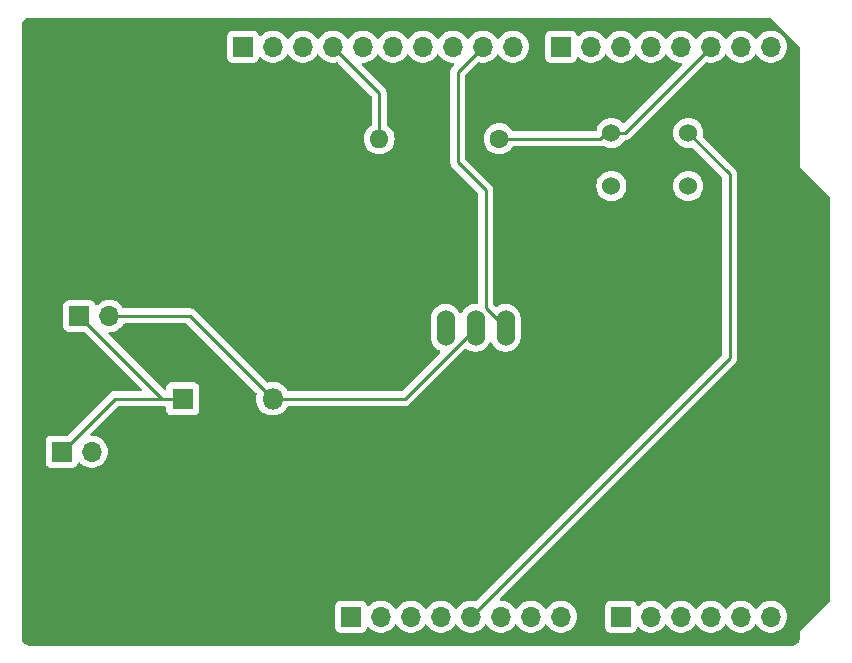
<source format=gtl>
%TF.GenerationSoftware,KiCad,Pcbnew,8.0.0*%
%TF.CreationDate,2024-04-21T19:32:52-04:00*%
%TF.ProjectId,9_motorized_pinwheel,395f6d6f-746f-4726-997a-65645f70696e,rev?*%
%TF.SameCoordinates,Original*%
%TF.FileFunction,Copper,L1,Top*%
%TF.FilePolarity,Positive*%
%FSLAX46Y46*%
G04 Gerber Fmt 4.6, Leading zero omitted, Abs format (unit mm)*
G04 Created by KiCad (PCBNEW 8.0.0) date 2024-04-21 19:32:52*
%MOMM*%
%LPD*%
G01*
G04 APERTURE LIST*
%TA.AperFunction,ComponentPad*%
%ADD10R,1.700000X1.700000*%
%TD*%
%TA.AperFunction,ComponentPad*%
%ADD11O,1.700000X1.700000*%
%TD*%
%TA.AperFunction,ComponentPad*%
%ADD12C,1.524000*%
%TD*%
%TA.AperFunction,ComponentPad*%
%ADD13R,1.800000X1.800000*%
%TD*%
%TA.AperFunction,ComponentPad*%
%ADD14O,1.800000X1.800000*%
%TD*%
%TA.AperFunction,ComponentPad*%
%ADD15C,1.600000*%
%TD*%
%TA.AperFunction,ComponentPad*%
%ADD16O,1.600000X1.600000*%
%TD*%
%TA.AperFunction,ComponentPad*%
%ADD17O,1.524000X3.048000*%
%TD*%
%TA.AperFunction,Conductor*%
%ADD18C,0.250000*%
%TD*%
%ADD19C,0.350000*%
G04 APERTURE END LIST*
D10*
%TO.P,J1,1,Pin_1*%
%TO.N,unconnected-(J1-Pin_1-Pad1)*%
X127940000Y-97460000D03*
D11*
%TO.P,J1,2,Pin_2*%
%TO.N,/IOREF*%
X130480000Y-97460000D03*
%TO.P,J1,3,Pin_3*%
%TO.N,/~{RESET}*%
X133020000Y-97460000D03*
%TO.P,J1,4,Pin_4*%
%TO.N,+3V3*%
X135560000Y-97460000D03*
%TO.P,J1,5,Pin_5*%
%TO.N,+5V*%
X138100000Y-97460000D03*
%TO.P,J1,6,Pin_6*%
%TO.N,GND*%
X140640000Y-97460000D03*
%TO.P,J1,7,Pin_7*%
X143180000Y-97460000D03*
%TO.P,J1,8,Pin_8*%
%TO.N,VCC*%
X145720000Y-97460000D03*
%TD*%
D10*
%TO.P,J3,1,Pin_1*%
%TO.N,/A0*%
X150800000Y-97460000D03*
D11*
%TO.P,J3,2,Pin_2*%
%TO.N,/A1*%
X153340000Y-97460000D03*
%TO.P,J3,3,Pin_3*%
%TO.N,/A2*%
X155880000Y-97460000D03*
%TO.P,J3,4,Pin_4*%
%TO.N,/A3*%
X158420000Y-97460000D03*
%TO.P,J3,5,Pin_5*%
%TO.N,/SDA{slash}A4*%
X160960000Y-97460000D03*
%TO.P,J3,6,Pin_6*%
%TO.N,/SCL{slash}A5*%
X163500000Y-97460000D03*
%TD*%
D10*
%TO.P,J2,1,Pin_1*%
%TO.N,/SCL{slash}A5*%
X118796000Y-49200000D03*
D11*
%TO.P,J2,2,Pin_2*%
%TO.N,/SDA{slash}A4*%
X121336000Y-49200000D03*
%TO.P,J2,3,Pin_3*%
%TO.N,/AREF*%
X123876000Y-49200000D03*
%TO.P,J2,4,Pin_4*%
%TO.N,GND*%
X126416000Y-49200000D03*
%TO.P,J2,5,Pin_5*%
%TO.N,/13*%
X128956000Y-49200000D03*
%TO.P,J2,6,Pin_6*%
%TO.N,/12*%
X131496000Y-49200000D03*
%TO.P,J2,7,Pin_7*%
%TO.N,/\u002A11*%
X134036000Y-49200000D03*
%TO.P,J2,8,Pin_8*%
%TO.N,/\u002A10*%
X136576000Y-49200000D03*
%TO.P,J2,9,Pin_9*%
%TO.N,/\u002A9*%
X139116000Y-49200000D03*
%TO.P,J2,10,Pin_10*%
%TO.N,/8*%
X141656000Y-49200000D03*
%TD*%
D10*
%TO.P,J4,1,Pin_1*%
%TO.N,/7*%
X145720000Y-49200000D03*
D11*
%TO.P,J4,2,Pin_2*%
%TO.N,/\u002A6*%
X148260000Y-49200000D03*
%TO.P,J4,3,Pin_3*%
%TO.N,/\u002A5*%
X150800000Y-49200000D03*
%TO.P,J4,4,Pin_4*%
%TO.N,/4*%
X153340000Y-49200000D03*
%TO.P,J4,5,Pin_5*%
%TO.N,/\u002A3*%
X155880000Y-49200000D03*
%TO.P,J4,6,Pin_6*%
%TO.N,/2*%
X158420000Y-49200000D03*
%TO.P,J4,7,Pin_7*%
%TO.N,/TX{slash}1*%
X160960000Y-49200000D03*
%TO.P,J4,8,Pin_8*%
%TO.N,/RX{slash}0*%
X163500000Y-49200000D03*
%TD*%
D12*
%TO.P,SW1,1,1*%
%TO.N,/2*%
X150000000Y-56500000D03*
%TO.P,SW1,2,2*%
%TO.N,+5V*%
X156500000Y-56500000D03*
%TO.P,SW1,3*%
%TO.N,N/C*%
X156500000Y-61000000D03*
%TO.P,SW1,4*%
X150000000Y-61000000D03*
%TD*%
D13*
%TO.P,D1,1,K*%
%TO.N,Net-(BT1-+)*%
X113690000Y-79000000D03*
D14*
%TO.P,D1,2,A*%
%TO.N,Net-(D1-A)*%
X121310000Y-79000000D03*
%TD*%
D10*
%TO.P,M1,1,+*%
%TO.N,Net-(BT1-+)*%
X104960000Y-72000000D03*
D11*
%TO.P,M1,2,-*%
%TO.N,Net-(D1-A)*%
X107500000Y-72000000D03*
%TD*%
D10*
%TO.P,BT1,1,+*%
%TO.N,Net-(BT1-+)*%
X103460000Y-83500000D03*
D11*
%TO.P,BT1,2,-*%
%TO.N,GND*%
X106000000Y-83500000D03*
%TD*%
D15*
%TO.P,R1,1*%
%TO.N,/2*%
X140500000Y-57000000D03*
D16*
%TO.P,R1,2*%
%TO.N,GND*%
X130340000Y-57000000D03*
%TD*%
D17*
%TO.P,Q1,D*%
%TO.N,Net-(D1-A)*%
X138500000Y-73000000D03*
%TO.P,Q1,G*%
%TO.N,/\u002A9*%
X141040000Y-73000000D03*
%TO.P,Q1,S*%
%TO.N,GND*%
X135960000Y-73000000D03*
%TD*%
D18*
%TO.N,GND*%
X130340000Y-53124000D02*
X126416000Y-49200000D01*
X130340000Y-57000000D02*
X130340000Y-53124000D01*
%TO.N,+5V*%
X160000000Y-60000000D02*
X156500000Y-56500000D01*
X160000000Y-75560000D02*
X160000000Y-60000000D01*
X138100000Y-97460000D02*
X160000000Y-75560000D01*
%TO.N,/\u002A9*%
X141040000Y-73000000D02*
X139375000Y-71335000D01*
X137000000Y-51316000D02*
X139116000Y-49200000D01*
X137000000Y-59000000D02*
X137000000Y-51316000D01*
X139375000Y-71335000D02*
X139375000Y-61375000D01*
X139375000Y-61375000D02*
X137000000Y-59000000D01*
%TO.N,/2*%
X149500000Y-56500000D02*
X149000000Y-57000000D01*
X150000000Y-56500000D02*
X151120000Y-56500000D01*
X151120000Y-56500000D02*
X158420000Y-49200000D01*
X149000000Y-57000000D02*
X140500000Y-57000000D01*
X150000000Y-56500000D02*
X149500000Y-56500000D01*
%TO.N,Net-(BT1-+)*%
X104960000Y-72000000D02*
X111960000Y-79000000D01*
X103460000Y-83500000D02*
X107960000Y-79000000D01*
X107960000Y-79000000D02*
X113690000Y-79000000D01*
X111960000Y-79000000D02*
X113690000Y-79000000D01*
%TO.N,Net-(D1-A)*%
X107500000Y-72000000D02*
X114310000Y-72000000D01*
X132500000Y-79000000D02*
X138500000Y-73000000D01*
X114310000Y-72000000D02*
X121310000Y-79000000D01*
X121310000Y-79000000D02*
X132500000Y-79000000D01*
%TD*%
%TA.AperFunction,NonConductor*%
G36*
X163484404Y-46755185D02*
G01*
X163505046Y-46771819D01*
X165928181Y-49194954D01*
X165961666Y-49256277D01*
X165964500Y-49282635D01*
X165964500Y-59344982D01*
X165964500Y-59375018D01*
X165975994Y-59402767D01*
X165975995Y-59402768D01*
X168468181Y-61894954D01*
X168501666Y-61956277D01*
X168504500Y-61982635D01*
X168504500Y-96107364D01*
X168484815Y-96174403D01*
X168468181Y-96195045D01*
X165997233Y-98665994D01*
X165975995Y-98687231D01*
X165964500Y-98714982D01*
X165964500Y-99231907D01*
X165963903Y-99244062D01*
X165952505Y-99359778D01*
X165947763Y-99383618D01*
X165917832Y-99482290D01*
X165915789Y-99489024D01*
X165906486Y-99511482D01*
X165854561Y-99608627D01*
X165841056Y-99628839D01*
X165771176Y-99713988D01*
X165753988Y-99731176D01*
X165668839Y-99801056D01*
X165648627Y-99814561D01*
X165551482Y-99866486D01*
X165529028Y-99875787D01*
X165487028Y-99888528D01*
X165423618Y-99907763D01*
X165399778Y-99912505D01*
X165291162Y-99923203D01*
X165284060Y-99923903D01*
X165271907Y-99924500D01*
X100768093Y-99924500D01*
X100755939Y-99923903D01*
X100747995Y-99923120D01*
X100640221Y-99912505D01*
X100616381Y-99907763D01*
X100599445Y-99902625D01*
X100510968Y-99875786D01*
X100488517Y-99866486D01*
X100391372Y-99814561D01*
X100371160Y-99801056D01*
X100286011Y-99731176D01*
X100268823Y-99713988D01*
X100198943Y-99628839D01*
X100185438Y-99608627D01*
X100133510Y-99511476D01*
X100124215Y-99489037D01*
X100092234Y-99383612D01*
X100087494Y-99359777D01*
X100076097Y-99244061D01*
X100075500Y-99231907D01*
X100075500Y-98358654D01*
X126581500Y-98358654D01*
X126588011Y-98419202D01*
X126588011Y-98419204D01*
X126639111Y-98556204D01*
X126726739Y-98673261D01*
X126843796Y-98760889D01*
X126980799Y-98811989D01*
X127008050Y-98814918D01*
X127041345Y-98818499D01*
X127041362Y-98818500D01*
X128838638Y-98818500D01*
X128838654Y-98818499D01*
X128865692Y-98815591D01*
X128899201Y-98811989D01*
X129036204Y-98760889D01*
X129153261Y-98673261D01*
X129240889Y-98556204D01*
X129286138Y-98434887D01*
X129328009Y-98378956D01*
X129393474Y-98354539D01*
X129461746Y-98369391D01*
X129493545Y-98394236D01*
X129556760Y-98462906D01*
X129734424Y-98601189D01*
X129734425Y-98601189D01*
X129734427Y-98601191D01*
X129861135Y-98669761D01*
X129932426Y-98708342D01*
X130145365Y-98781444D01*
X130367431Y-98818500D01*
X130592569Y-98818500D01*
X130814635Y-98781444D01*
X131027574Y-98708342D01*
X131225576Y-98601189D01*
X131403240Y-98462906D01*
X131555722Y-98297268D01*
X131646193Y-98158790D01*
X131699338Y-98113437D01*
X131768569Y-98104013D01*
X131831905Y-98133515D01*
X131853804Y-98158787D01*
X131944278Y-98297268D01*
X131944283Y-98297273D01*
X131944284Y-98297276D01*
X132070968Y-98434889D01*
X132096760Y-98462906D01*
X132274424Y-98601189D01*
X132274425Y-98601189D01*
X132274427Y-98601191D01*
X132401135Y-98669761D01*
X132472426Y-98708342D01*
X132685365Y-98781444D01*
X132907431Y-98818500D01*
X133132569Y-98818500D01*
X133354635Y-98781444D01*
X133567574Y-98708342D01*
X133765576Y-98601189D01*
X133943240Y-98462906D01*
X134095722Y-98297268D01*
X134186193Y-98158790D01*
X134239338Y-98113437D01*
X134308569Y-98104013D01*
X134371905Y-98133515D01*
X134393804Y-98158787D01*
X134484278Y-98297268D01*
X134484283Y-98297273D01*
X134484284Y-98297276D01*
X134610968Y-98434889D01*
X134636760Y-98462906D01*
X134814424Y-98601189D01*
X134814425Y-98601189D01*
X134814427Y-98601191D01*
X134941135Y-98669761D01*
X135012426Y-98708342D01*
X135225365Y-98781444D01*
X135447431Y-98818500D01*
X135672569Y-98818500D01*
X135894635Y-98781444D01*
X136107574Y-98708342D01*
X136305576Y-98601189D01*
X136483240Y-98462906D01*
X136635722Y-98297268D01*
X136726193Y-98158790D01*
X136779338Y-98113437D01*
X136848569Y-98104013D01*
X136911905Y-98133515D01*
X136933804Y-98158787D01*
X137024278Y-98297268D01*
X137024283Y-98297273D01*
X137024284Y-98297276D01*
X137150968Y-98434889D01*
X137176760Y-98462906D01*
X137354424Y-98601189D01*
X137354425Y-98601189D01*
X137354427Y-98601191D01*
X137481135Y-98669761D01*
X137552426Y-98708342D01*
X137765365Y-98781444D01*
X137987431Y-98818500D01*
X138212569Y-98818500D01*
X138434635Y-98781444D01*
X138647574Y-98708342D01*
X138845576Y-98601189D01*
X139023240Y-98462906D01*
X139175722Y-98297268D01*
X139266193Y-98158790D01*
X139319338Y-98113437D01*
X139388569Y-98104013D01*
X139451905Y-98133515D01*
X139473804Y-98158787D01*
X139564278Y-98297268D01*
X139564283Y-98297273D01*
X139564284Y-98297276D01*
X139690968Y-98434889D01*
X139716760Y-98462906D01*
X139894424Y-98601189D01*
X139894425Y-98601189D01*
X139894427Y-98601191D01*
X140021135Y-98669761D01*
X140092426Y-98708342D01*
X140305365Y-98781444D01*
X140527431Y-98818500D01*
X140752569Y-98818500D01*
X140974635Y-98781444D01*
X141187574Y-98708342D01*
X141385576Y-98601189D01*
X141563240Y-98462906D01*
X141715722Y-98297268D01*
X141806193Y-98158790D01*
X141859338Y-98113437D01*
X141928569Y-98104013D01*
X141991905Y-98133515D01*
X142013804Y-98158787D01*
X142104278Y-98297268D01*
X142104283Y-98297273D01*
X142104284Y-98297276D01*
X142230968Y-98434889D01*
X142256760Y-98462906D01*
X142434424Y-98601189D01*
X142434425Y-98601189D01*
X142434427Y-98601191D01*
X142561135Y-98669761D01*
X142632426Y-98708342D01*
X142845365Y-98781444D01*
X143067431Y-98818500D01*
X143292569Y-98818500D01*
X143514635Y-98781444D01*
X143727574Y-98708342D01*
X143925576Y-98601189D01*
X144103240Y-98462906D01*
X144255722Y-98297268D01*
X144346193Y-98158790D01*
X144399338Y-98113437D01*
X144468569Y-98104013D01*
X144531905Y-98133515D01*
X144553804Y-98158787D01*
X144644278Y-98297268D01*
X144644283Y-98297273D01*
X144644284Y-98297276D01*
X144770968Y-98434889D01*
X144796760Y-98462906D01*
X144974424Y-98601189D01*
X144974425Y-98601189D01*
X144974427Y-98601191D01*
X145101135Y-98669761D01*
X145172426Y-98708342D01*
X145385365Y-98781444D01*
X145607431Y-98818500D01*
X145832569Y-98818500D01*
X146054635Y-98781444D01*
X146267574Y-98708342D01*
X146465576Y-98601189D01*
X146643240Y-98462906D01*
X146739212Y-98358654D01*
X149441500Y-98358654D01*
X149448011Y-98419202D01*
X149448011Y-98419204D01*
X149499111Y-98556204D01*
X149586739Y-98673261D01*
X149703796Y-98760889D01*
X149840799Y-98811989D01*
X149868050Y-98814918D01*
X149901345Y-98818499D01*
X149901362Y-98818500D01*
X151698638Y-98818500D01*
X151698654Y-98818499D01*
X151725692Y-98815591D01*
X151759201Y-98811989D01*
X151896204Y-98760889D01*
X152013261Y-98673261D01*
X152100889Y-98556204D01*
X152146138Y-98434887D01*
X152188009Y-98378956D01*
X152253474Y-98354539D01*
X152321746Y-98369391D01*
X152353545Y-98394236D01*
X152416760Y-98462906D01*
X152594424Y-98601189D01*
X152594425Y-98601189D01*
X152594427Y-98601191D01*
X152721135Y-98669761D01*
X152792426Y-98708342D01*
X153005365Y-98781444D01*
X153227431Y-98818500D01*
X153452569Y-98818500D01*
X153674635Y-98781444D01*
X153887574Y-98708342D01*
X154085576Y-98601189D01*
X154263240Y-98462906D01*
X154415722Y-98297268D01*
X154506193Y-98158790D01*
X154559338Y-98113437D01*
X154628569Y-98104013D01*
X154691905Y-98133515D01*
X154713804Y-98158787D01*
X154804278Y-98297268D01*
X154804283Y-98297273D01*
X154804284Y-98297276D01*
X154930968Y-98434889D01*
X154956760Y-98462906D01*
X155134424Y-98601189D01*
X155134425Y-98601189D01*
X155134427Y-98601191D01*
X155261135Y-98669761D01*
X155332426Y-98708342D01*
X155545365Y-98781444D01*
X155767431Y-98818500D01*
X155992569Y-98818500D01*
X156214635Y-98781444D01*
X156427574Y-98708342D01*
X156625576Y-98601189D01*
X156803240Y-98462906D01*
X156955722Y-98297268D01*
X157046193Y-98158790D01*
X157099338Y-98113437D01*
X157168569Y-98104013D01*
X157231905Y-98133515D01*
X157253804Y-98158787D01*
X157344278Y-98297268D01*
X157344283Y-98297273D01*
X157344284Y-98297276D01*
X157470968Y-98434889D01*
X157496760Y-98462906D01*
X157674424Y-98601189D01*
X157674425Y-98601189D01*
X157674427Y-98601191D01*
X157801135Y-98669761D01*
X157872426Y-98708342D01*
X158085365Y-98781444D01*
X158307431Y-98818500D01*
X158532569Y-98818500D01*
X158754635Y-98781444D01*
X158967574Y-98708342D01*
X159165576Y-98601189D01*
X159343240Y-98462906D01*
X159495722Y-98297268D01*
X159586193Y-98158790D01*
X159639338Y-98113437D01*
X159708569Y-98104013D01*
X159771905Y-98133515D01*
X159793804Y-98158787D01*
X159884278Y-98297268D01*
X159884283Y-98297273D01*
X159884284Y-98297276D01*
X160010968Y-98434889D01*
X160036760Y-98462906D01*
X160214424Y-98601189D01*
X160214425Y-98601189D01*
X160214427Y-98601191D01*
X160341135Y-98669761D01*
X160412426Y-98708342D01*
X160625365Y-98781444D01*
X160847431Y-98818500D01*
X161072569Y-98818500D01*
X161294635Y-98781444D01*
X161507574Y-98708342D01*
X161705576Y-98601189D01*
X161883240Y-98462906D01*
X162035722Y-98297268D01*
X162126193Y-98158790D01*
X162179338Y-98113437D01*
X162248569Y-98104013D01*
X162311905Y-98133515D01*
X162333804Y-98158787D01*
X162424278Y-98297268D01*
X162424283Y-98297273D01*
X162424284Y-98297276D01*
X162550968Y-98434889D01*
X162576760Y-98462906D01*
X162754424Y-98601189D01*
X162754425Y-98601189D01*
X162754427Y-98601191D01*
X162881135Y-98669761D01*
X162952426Y-98708342D01*
X163165365Y-98781444D01*
X163387431Y-98818500D01*
X163612569Y-98818500D01*
X163834635Y-98781444D01*
X164047574Y-98708342D01*
X164245576Y-98601189D01*
X164423240Y-98462906D01*
X164575722Y-98297268D01*
X164698860Y-98108791D01*
X164789296Y-97902616D01*
X164844564Y-97684368D01*
X164863156Y-97460000D01*
X164844564Y-97235632D01*
X164789296Y-97017384D01*
X164698860Y-96811209D01*
X164682706Y-96786484D01*
X164575723Y-96622734D01*
X164575715Y-96622723D01*
X164423243Y-96457097D01*
X164423238Y-96457092D01*
X164245577Y-96318812D01*
X164245572Y-96318808D01*
X164047580Y-96211661D01*
X164047577Y-96211659D01*
X164047574Y-96211658D01*
X164047571Y-96211657D01*
X164047569Y-96211656D01*
X163834637Y-96138556D01*
X163612569Y-96101500D01*
X163387431Y-96101500D01*
X163165362Y-96138556D01*
X162952430Y-96211656D01*
X162952419Y-96211661D01*
X162754427Y-96318808D01*
X162754422Y-96318812D01*
X162576761Y-96457092D01*
X162576756Y-96457097D01*
X162424284Y-96622723D01*
X162424276Y-96622734D01*
X162333808Y-96761206D01*
X162280662Y-96806562D01*
X162211431Y-96815986D01*
X162148095Y-96786484D01*
X162126192Y-96761206D01*
X162035723Y-96622734D01*
X162035715Y-96622723D01*
X161883243Y-96457097D01*
X161883238Y-96457092D01*
X161705577Y-96318812D01*
X161705572Y-96318808D01*
X161507580Y-96211661D01*
X161507577Y-96211659D01*
X161507574Y-96211658D01*
X161507571Y-96211657D01*
X161507569Y-96211656D01*
X161294637Y-96138556D01*
X161072569Y-96101500D01*
X160847431Y-96101500D01*
X160625362Y-96138556D01*
X160412430Y-96211656D01*
X160412419Y-96211661D01*
X160214427Y-96318808D01*
X160214422Y-96318812D01*
X160036761Y-96457092D01*
X160036756Y-96457097D01*
X159884284Y-96622723D01*
X159884276Y-96622734D01*
X159793808Y-96761206D01*
X159740662Y-96806562D01*
X159671431Y-96815986D01*
X159608095Y-96786484D01*
X159586192Y-96761206D01*
X159495723Y-96622734D01*
X159495715Y-96622723D01*
X159343243Y-96457097D01*
X159343238Y-96457092D01*
X159165577Y-96318812D01*
X159165572Y-96318808D01*
X158967580Y-96211661D01*
X158967577Y-96211659D01*
X158967574Y-96211658D01*
X158967571Y-96211657D01*
X158967569Y-96211656D01*
X158754637Y-96138556D01*
X158532569Y-96101500D01*
X158307431Y-96101500D01*
X158085362Y-96138556D01*
X157872430Y-96211656D01*
X157872419Y-96211661D01*
X157674427Y-96318808D01*
X157674422Y-96318812D01*
X157496761Y-96457092D01*
X157496756Y-96457097D01*
X157344284Y-96622723D01*
X157344276Y-96622734D01*
X157253808Y-96761206D01*
X157200662Y-96806562D01*
X157131431Y-96815986D01*
X157068095Y-96786484D01*
X157046192Y-96761206D01*
X156955723Y-96622734D01*
X156955715Y-96622723D01*
X156803243Y-96457097D01*
X156803238Y-96457092D01*
X156625577Y-96318812D01*
X156625572Y-96318808D01*
X156427580Y-96211661D01*
X156427577Y-96211659D01*
X156427574Y-96211658D01*
X156427571Y-96211657D01*
X156427569Y-96211656D01*
X156214637Y-96138556D01*
X155992569Y-96101500D01*
X155767431Y-96101500D01*
X155545362Y-96138556D01*
X155332430Y-96211656D01*
X155332419Y-96211661D01*
X155134427Y-96318808D01*
X155134422Y-96318812D01*
X154956761Y-96457092D01*
X154956756Y-96457097D01*
X154804284Y-96622723D01*
X154804276Y-96622734D01*
X154713808Y-96761206D01*
X154660662Y-96806562D01*
X154591431Y-96815986D01*
X154528095Y-96786484D01*
X154506192Y-96761206D01*
X154415723Y-96622734D01*
X154415715Y-96622723D01*
X154263243Y-96457097D01*
X154263238Y-96457092D01*
X154085577Y-96318812D01*
X154085572Y-96318808D01*
X153887580Y-96211661D01*
X153887577Y-96211659D01*
X153887574Y-96211658D01*
X153887571Y-96211657D01*
X153887569Y-96211656D01*
X153674637Y-96138556D01*
X153452569Y-96101500D01*
X153227431Y-96101500D01*
X153005362Y-96138556D01*
X152792430Y-96211656D01*
X152792419Y-96211661D01*
X152594427Y-96318808D01*
X152594422Y-96318812D01*
X152416761Y-96457092D01*
X152353548Y-96525760D01*
X152293661Y-96561750D01*
X152223823Y-96559649D01*
X152166207Y-96520124D01*
X152146138Y-96485110D01*
X152100889Y-96363796D01*
X152067214Y-96318812D01*
X152013261Y-96246739D01*
X151896204Y-96159111D01*
X151895172Y-96158726D01*
X151759203Y-96108011D01*
X151698654Y-96101500D01*
X151698638Y-96101500D01*
X149901362Y-96101500D01*
X149901345Y-96101500D01*
X149840797Y-96108011D01*
X149840795Y-96108011D01*
X149703795Y-96159111D01*
X149586739Y-96246739D01*
X149499111Y-96363795D01*
X149448011Y-96500795D01*
X149448011Y-96500797D01*
X149441500Y-96561345D01*
X149441500Y-98358654D01*
X146739212Y-98358654D01*
X146795722Y-98297268D01*
X146918860Y-98108791D01*
X147009296Y-97902616D01*
X147064564Y-97684368D01*
X147083156Y-97460000D01*
X147064564Y-97235632D01*
X147009296Y-97017384D01*
X146918860Y-96811209D01*
X146902706Y-96786484D01*
X146795723Y-96622734D01*
X146795715Y-96622723D01*
X146643243Y-96457097D01*
X146643238Y-96457092D01*
X146465577Y-96318812D01*
X146465572Y-96318808D01*
X146267580Y-96211661D01*
X146267577Y-96211659D01*
X146267574Y-96211658D01*
X146267571Y-96211657D01*
X146267569Y-96211656D01*
X146054637Y-96138556D01*
X145832569Y-96101500D01*
X145607431Y-96101500D01*
X145385362Y-96138556D01*
X145172430Y-96211656D01*
X145172419Y-96211661D01*
X144974427Y-96318808D01*
X144974422Y-96318812D01*
X144796761Y-96457092D01*
X144796756Y-96457097D01*
X144644284Y-96622723D01*
X144644276Y-96622734D01*
X144553808Y-96761206D01*
X144500662Y-96806562D01*
X144431431Y-96815986D01*
X144368095Y-96786484D01*
X144346192Y-96761206D01*
X144255723Y-96622734D01*
X144255715Y-96622723D01*
X144103243Y-96457097D01*
X144103238Y-96457092D01*
X143925577Y-96318812D01*
X143925572Y-96318808D01*
X143727580Y-96211661D01*
X143727577Y-96211659D01*
X143727574Y-96211658D01*
X143727571Y-96211657D01*
X143727569Y-96211656D01*
X143514637Y-96138556D01*
X143292569Y-96101500D01*
X143067431Y-96101500D01*
X142845362Y-96138556D01*
X142632430Y-96211656D01*
X142632419Y-96211661D01*
X142434427Y-96318808D01*
X142434422Y-96318812D01*
X142256761Y-96457092D01*
X142256756Y-96457097D01*
X142104284Y-96622723D01*
X142104276Y-96622734D01*
X142013808Y-96761206D01*
X141960662Y-96806562D01*
X141891431Y-96815986D01*
X141828095Y-96786484D01*
X141806192Y-96761206D01*
X141715723Y-96622734D01*
X141715715Y-96622723D01*
X141563243Y-96457097D01*
X141563238Y-96457092D01*
X141385577Y-96318812D01*
X141385572Y-96318808D01*
X141187580Y-96211661D01*
X141187577Y-96211659D01*
X141187574Y-96211658D01*
X141187571Y-96211657D01*
X141187569Y-96211656D01*
X140974637Y-96138556D01*
X140752569Y-96101500D01*
X140653765Y-96101500D01*
X140586726Y-96081815D01*
X140540971Y-96029011D01*
X140531027Y-95959853D01*
X140560052Y-95896297D01*
X140566084Y-95889819D01*
X160492068Y-75963836D01*
X160492068Y-75963835D01*
X160492071Y-75963833D01*
X160561400Y-75860075D01*
X160609155Y-75744785D01*
X160633500Y-75622394D01*
X160633500Y-75497606D01*
X160633500Y-59937606D01*
X160609155Y-59815215D01*
X160561400Y-59699925D01*
X160561399Y-59699924D01*
X160561396Y-59699918D01*
X160492072Y-59596168D01*
X160492071Y-59596167D01*
X160403833Y-59507929D01*
X157777308Y-56881404D01*
X157743823Y-56820081D01*
X157745214Y-56761629D01*
X157755978Y-56721463D01*
X157775353Y-56500000D01*
X157755978Y-56278537D01*
X157698440Y-56063804D01*
X157604488Y-55862324D01*
X157604486Y-55862321D01*
X157604485Y-55862319D01*
X157476978Y-55680220D01*
X157422745Y-55625987D01*
X157319781Y-55523023D01*
X157137677Y-55395512D01*
X157137678Y-55395512D01*
X157137676Y-55395511D01*
X157036936Y-55348536D01*
X156936196Y-55301560D01*
X156936193Y-55301559D01*
X156936191Y-55301558D01*
X156721465Y-55244022D01*
X156721457Y-55244021D01*
X156500002Y-55224647D01*
X156499998Y-55224647D01*
X156278542Y-55244021D01*
X156278535Y-55244022D01*
X156063800Y-55301561D01*
X155862323Y-55395512D01*
X155862319Y-55395514D01*
X155680217Y-55523023D01*
X155523023Y-55680217D01*
X155395514Y-55862319D01*
X155395512Y-55862323D01*
X155301561Y-56063800D01*
X155244022Y-56278535D01*
X155244021Y-56278542D01*
X155224647Y-56499997D01*
X155224647Y-56500002D01*
X155244021Y-56721457D01*
X155244022Y-56721465D01*
X155301558Y-56936191D01*
X155301559Y-56936193D01*
X155301560Y-56936196D01*
X155331312Y-57000000D01*
X155395511Y-57137676D01*
X155395512Y-57137677D01*
X155523023Y-57319781D01*
X155680219Y-57476977D01*
X155862323Y-57604488D01*
X156063804Y-57698440D01*
X156278537Y-57755978D01*
X156436724Y-57769817D01*
X156499998Y-57775353D01*
X156500000Y-57775353D01*
X156500002Y-57775353D01*
X156530695Y-57772667D01*
X156721463Y-57755978D01*
X156761628Y-57745215D01*
X156831476Y-57746876D01*
X156881404Y-57777308D01*
X159330181Y-60226085D01*
X159363666Y-60287408D01*
X159366500Y-60313766D01*
X159366500Y-75246233D01*
X159346815Y-75313272D01*
X159330181Y-75333914D01*
X138556991Y-96107103D01*
X138495668Y-96140588D01*
X138438876Y-96139629D01*
X138434641Y-96138556D01*
X138212569Y-96101500D01*
X137987431Y-96101500D01*
X137765362Y-96138556D01*
X137552430Y-96211656D01*
X137552419Y-96211661D01*
X137354427Y-96318808D01*
X137354422Y-96318812D01*
X137176761Y-96457092D01*
X137176756Y-96457097D01*
X137024284Y-96622723D01*
X137024276Y-96622734D01*
X136933808Y-96761206D01*
X136880662Y-96806562D01*
X136811431Y-96815986D01*
X136748095Y-96786484D01*
X136726192Y-96761206D01*
X136635723Y-96622734D01*
X136635715Y-96622723D01*
X136483243Y-96457097D01*
X136483238Y-96457092D01*
X136305577Y-96318812D01*
X136305572Y-96318808D01*
X136107580Y-96211661D01*
X136107577Y-96211659D01*
X136107574Y-96211658D01*
X136107571Y-96211657D01*
X136107569Y-96211656D01*
X135894637Y-96138556D01*
X135672569Y-96101500D01*
X135447431Y-96101500D01*
X135225362Y-96138556D01*
X135012430Y-96211656D01*
X135012419Y-96211661D01*
X134814427Y-96318808D01*
X134814422Y-96318812D01*
X134636761Y-96457092D01*
X134636756Y-96457097D01*
X134484284Y-96622723D01*
X134484276Y-96622734D01*
X134393808Y-96761206D01*
X134340662Y-96806562D01*
X134271431Y-96815986D01*
X134208095Y-96786484D01*
X134186192Y-96761206D01*
X134095723Y-96622734D01*
X134095715Y-96622723D01*
X133943243Y-96457097D01*
X133943238Y-96457092D01*
X133765577Y-96318812D01*
X133765572Y-96318808D01*
X133567580Y-96211661D01*
X133567577Y-96211659D01*
X133567574Y-96211658D01*
X133567571Y-96211657D01*
X133567569Y-96211656D01*
X133354637Y-96138556D01*
X133132569Y-96101500D01*
X132907431Y-96101500D01*
X132685362Y-96138556D01*
X132472430Y-96211656D01*
X132472419Y-96211661D01*
X132274427Y-96318808D01*
X132274422Y-96318812D01*
X132096761Y-96457092D01*
X132096756Y-96457097D01*
X131944284Y-96622723D01*
X131944276Y-96622734D01*
X131853808Y-96761206D01*
X131800662Y-96806562D01*
X131731431Y-96815986D01*
X131668095Y-96786484D01*
X131646192Y-96761206D01*
X131555723Y-96622734D01*
X131555715Y-96622723D01*
X131403243Y-96457097D01*
X131403238Y-96457092D01*
X131225577Y-96318812D01*
X131225572Y-96318808D01*
X131027580Y-96211661D01*
X131027577Y-96211659D01*
X131027574Y-96211658D01*
X131027571Y-96211657D01*
X131027569Y-96211656D01*
X130814637Y-96138556D01*
X130592569Y-96101500D01*
X130367431Y-96101500D01*
X130145362Y-96138556D01*
X129932430Y-96211656D01*
X129932419Y-96211661D01*
X129734427Y-96318808D01*
X129734422Y-96318812D01*
X129556761Y-96457092D01*
X129493548Y-96525760D01*
X129433661Y-96561750D01*
X129363823Y-96559649D01*
X129306207Y-96520124D01*
X129286138Y-96485110D01*
X129240889Y-96363796D01*
X129207214Y-96318812D01*
X129153261Y-96246739D01*
X129036204Y-96159111D01*
X129035172Y-96158726D01*
X128899203Y-96108011D01*
X128838654Y-96101500D01*
X128838638Y-96101500D01*
X127041362Y-96101500D01*
X127041345Y-96101500D01*
X126980797Y-96108011D01*
X126980795Y-96108011D01*
X126843795Y-96159111D01*
X126726739Y-96246739D01*
X126639111Y-96363795D01*
X126588011Y-96500795D01*
X126588011Y-96500797D01*
X126581500Y-96561345D01*
X126581500Y-98358654D01*
X100075500Y-98358654D01*
X100075500Y-84398654D01*
X102101500Y-84398654D01*
X102108011Y-84459202D01*
X102108011Y-84459204D01*
X102159111Y-84596204D01*
X102246739Y-84713261D01*
X102363796Y-84800889D01*
X102500799Y-84851989D01*
X102528050Y-84854918D01*
X102561345Y-84858499D01*
X102561362Y-84858500D01*
X104358638Y-84858500D01*
X104358654Y-84858499D01*
X104385692Y-84855591D01*
X104419201Y-84851989D01*
X104556204Y-84800889D01*
X104673261Y-84713261D01*
X104760889Y-84596204D01*
X104806138Y-84474887D01*
X104848009Y-84418956D01*
X104913474Y-84394539D01*
X104981746Y-84409391D01*
X105013545Y-84434236D01*
X105076760Y-84502906D01*
X105254424Y-84641189D01*
X105254425Y-84641189D01*
X105254427Y-84641191D01*
X105381135Y-84709761D01*
X105452426Y-84748342D01*
X105665365Y-84821444D01*
X105887431Y-84858500D01*
X106112569Y-84858500D01*
X106334635Y-84821444D01*
X106547574Y-84748342D01*
X106745576Y-84641189D01*
X106923240Y-84502906D01*
X107075722Y-84337268D01*
X107198860Y-84148791D01*
X107289296Y-83942616D01*
X107344564Y-83724368D01*
X107363156Y-83500000D01*
X107344564Y-83275632D01*
X107289296Y-83057384D01*
X107198860Y-82851209D01*
X107075722Y-82662732D01*
X107075719Y-82662729D01*
X107075715Y-82662723D01*
X106923243Y-82497097D01*
X106923238Y-82497092D01*
X106745577Y-82358812D01*
X106745572Y-82358808D01*
X106547580Y-82251661D01*
X106547577Y-82251659D01*
X106547574Y-82251658D01*
X106547571Y-82251657D01*
X106547569Y-82251656D01*
X106334637Y-82178556D01*
X106112569Y-82141500D01*
X106013765Y-82141500D01*
X105946726Y-82121815D01*
X105900971Y-82069011D01*
X105891027Y-81999853D01*
X105920052Y-81936297D01*
X105926084Y-81929819D01*
X108186085Y-79669819D01*
X108247408Y-79636334D01*
X108273766Y-79633500D01*
X111897606Y-79633500D01*
X112022394Y-79633500D01*
X112157500Y-79633500D01*
X112224539Y-79653185D01*
X112270294Y-79705989D01*
X112281500Y-79757500D01*
X112281500Y-79948654D01*
X112288011Y-80009202D01*
X112288011Y-80009204D01*
X112339111Y-80146204D01*
X112426739Y-80263261D01*
X112543796Y-80350889D01*
X112680799Y-80401989D01*
X112708050Y-80404918D01*
X112741345Y-80408499D01*
X112741362Y-80408500D01*
X114638638Y-80408500D01*
X114638654Y-80408499D01*
X114665692Y-80405591D01*
X114699201Y-80401989D01*
X114836204Y-80350889D01*
X114953261Y-80263261D01*
X115040889Y-80146204D01*
X115091989Y-80009201D01*
X115095591Y-79975692D01*
X115098499Y-79948654D01*
X115098500Y-79948637D01*
X115098500Y-78051362D01*
X115098499Y-78051345D01*
X115095157Y-78020270D01*
X115091989Y-77990799D01*
X115080570Y-77960185D01*
X115069522Y-77930564D01*
X115040889Y-77853796D01*
X114953261Y-77736739D01*
X114836204Y-77649111D01*
X114812981Y-77640449D01*
X114699203Y-77598011D01*
X114638654Y-77591500D01*
X114638638Y-77591500D01*
X112741362Y-77591500D01*
X112741345Y-77591500D01*
X112680797Y-77598011D01*
X112680795Y-77598011D01*
X112543795Y-77649111D01*
X112426739Y-77736739D01*
X112339111Y-77853795D01*
X112288011Y-77990795D01*
X112288011Y-77990797D01*
X112281500Y-78051345D01*
X112281500Y-78126234D01*
X112261815Y-78193273D01*
X112209011Y-78239028D01*
X112139853Y-78248972D01*
X112076297Y-78219947D01*
X112069819Y-78213915D01*
X107426085Y-73570181D01*
X107392600Y-73508858D01*
X107397584Y-73439166D01*
X107439456Y-73383233D01*
X107504920Y-73358816D01*
X107513766Y-73358500D01*
X107612569Y-73358500D01*
X107834635Y-73321444D01*
X108047574Y-73248342D01*
X108245576Y-73141189D01*
X108423240Y-73002906D01*
X108575722Y-72837268D01*
X108629123Y-72755531D01*
X108672148Y-72689678D01*
X108725294Y-72644321D01*
X108775956Y-72633500D01*
X113996234Y-72633500D01*
X114063273Y-72653185D01*
X114083915Y-72669819D01*
X119919780Y-78505684D01*
X119953265Y-78567007D01*
X119952305Y-78623805D01*
X119915948Y-78767377D01*
X119896673Y-78999994D01*
X119896673Y-79000005D01*
X119915948Y-79232622D01*
X119973251Y-79458907D01*
X120067015Y-79672668D01*
X120194686Y-79868084D01*
X120352776Y-80039814D01*
X120352780Y-80039818D01*
X120536983Y-80183190D01*
X120536985Y-80183191D01*
X120536988Y-80183193D01*
X120656331Y-80247777D01*
X120742273Y-80294287D01*
X120856914Y-80333643D01*
X120963045Y-80370079D01*
X120963047Y-80370079D01*
X120963049Y-80370080D01*
X121193288Y-80408500D01*
X121193289Y-80408500D01*
X121426711Y-80408500D01*
X121426712Y-80408500D01*
X121656951Y-80370080D01*
X121877727Y-80294287D01*
X122083017Y-80183190D01*
X122267220Y-80039818D01*
X122425314Y-79868083D01*
X122541871Y-79689679D01*
X122595017Y-79644322D01*
X122645680Y-79633500D01*
X132562395Y-79633500D01*
X132562396Y-79633499D01*
X132684785Y-79609155D01*
X132800075Y-79561400D01*
X132903833Y-79492071D01*
X137593093Y-74802810D01*
X137654414Y-74769327D01*
X137724106Y-74774311D01*
X137753657Y-74790175D01*
X137771051Y-74802812D01*
X137834113Y-74848629D01*
X138012297Y-74939419D01*
X138012299Y-74939420D01*
X138107393Y-74970317D01*
X138202490Y-75001216D01*
X138400009Y-75032500D01*
X138400010Y-75032500D01*
X138599990Y-75032500D01*
X138599991Y-75032500D01*
X138797510Y-75001216D01*
X138987703Y-74939419D01*
X139165887Y-74848629D01*
X139327675Y-74731083D01*
X139469083Y-74589675D01*
X139586629Y-74427887D01*
X139659515Y-74284840D01*
X139707490Y-74234045D01*
X139775311Y-74217250D01*
X139841446Y-74239788D01*
X139880484Y-74284840D01*
X139953371Y-74427887D01*
X140070917Y-74589675D01*
X140212325Y-74731083D01*
X140374113Y-74848629D01*
X140552297Y-74939419D01*
X140552299Y-74939420D01*
X140647393Y-74970317D01*
X140742490Y-75001216D01*
X140940009Y-75032500D01*
X140940010Y-75032500D01*
X141139990Y-75032500D01*
X141139991Y-75032500D01*
X141337510Y-75001216D01*
X141527703Y-74939419D01*
X141705887Y-74848629D01*
X141867675Y-74731083D01*
X142009083Y-74589675D01*
X142126629Y-74427887D01*
X142217419Y-74249703D01*
X142279216Y-74059510D01*
X142310500Y-73861991D01*
X142310500Y-72138009D01*
X142279216Y-71940490D01*
X142227963Y-71782749D01*
X142217420Y-71750299D01*
X142126628Y-71572112D01*
X142009083Y-71410325D01*
X141867675Y-71268917D01*
X141705887Y-71151371D01*
X141527700Y-71060579D01*
X141337511Y-70998784D01*
X141238750Y-70983142D01*
X141139991Y-70967500D01*
X140940009Y-70967500D01*
X140874169Y-70977928D01*
X140742488Y-70998784D01*
X140552299Y-71060579D01*
X140374109Y-71151373D01*
X140293658Y-71209824D01*
X140227852Y-71233304D01*
X140159798Y-71217478D01*
X140133092Y-71197187D01*
X140044819Y-71108914D01*
X140011334Y-71047591D01*
X140008500Y-71021233D01*
X140008500Y-61312605D01*
X140008499Y-61312601D01*
X139990371Y-61221465D01*
X139984155Y-61190215D01*
X139936400Y-61074925D01*
X139936399Y-61074924D01*
X139936396Y-61074918D01*
X139886338Y-61000002D01*
X148724647Y-61000002D01*
X148744021Y-61221457D01*
X148744022Y-61221465D01*
X148801558Y-61436191D01*
X148801559Y-61436193D01*
X148801560Y-61436196D01*
X148848536Y-61536936D01*
X148895511Y-61637676D01*
X148895512Y-61637677D01*
X149023023Y-61819781D01*
X149180219Y-61976977D01*
X149362323Y-62104488D01*
X149563804Y-62198440D01*
X149778537Y-62255978D01*
X149936724Y-62269817D01*
X149999998Y-62275353D01*
X150000000Y-62275353D01*
X150000002Y-62275353D01*
X150055365Y-62270509D01*
X150221463Y-62255978D01*
X150436196Y-62198440D01*
X150637677Y-62104488D01*
X150819781Y-61976977D01*
X150976977Y-61819781D01*
X151104488Y-61637677D01*
X151198440Y-61436196D01*
X151255978Y-61221463D01*
X151275353Y-61000002D01*
X155224647Y-61000002D01*
X155244021Y-61221457D01*
X155244022Y-61221465D01*
X155301558Y-61436191D01*
X155301559Y-61436193D01*
X155301560Y-61436196D01*
X155348536Y-61536936D01*
X155395511Y-61637676D01*
X155395512Y-61637677D01*
X155523023Y-61819781D01*
X155680219Y-61976977D01*
X155862323Y-62104488D01*
X156063804Y-62198440D01*
X156278537Y-62255978D01*
X156436724Y-62269817D01*
X156499998Y-62275353D01*
X156500000Y-62275353D01*
X156500002Y-62275353D01*
X156555365Y-62270509D01*
X156721463Y-62255978D01*
X156936196Y-62198440D01*
X157137677Y-62104488D01*
X157319781Y-61976977D01*
X157476977Y-61819781D01*
X157604488Y-61637677D01*
X157698440Y-61436196D01*
X157755978Y-61221463D01*
X157775353Y-61000000D01*
X157755978Y-60778537D01*
X157698440Y-60563804D01*
X157604488Y-60362324D01*
X157604486Y-60362321D01*
X157604485Y-60362319D01*
X157476978Y-60180220D01*
X157476975Y-60180217D01*
X157319781Y-60023023D01*
X157137677Y-59895512D01*
X157137678Y-59895512D01*
X157137676Y-59895511D01*
X157036936Y-59848536D01*
X156936196Y-59801560D01*
X156936193Y-59801559D01*
X156936191Y-59801558D01*
X156721465Y-59744022D01*
X156721457Y-59744021D01*
X156500002Y-59724647D01*
X156499998Y-59724647D01*
X156278542Y-59744021D01*
X156278535Y-59744022D01*
X156063800Y-59801561D01*
X155862323Y-59895512D01*
X155862319Y-59895514D01*
X155680217Y-60023023D01*
X155523023Y-60180217D01*
X155395514Y-60362319D01*
X155395512Y-60362323D01*
X155301561Y-60563800D01*
X155244022Y-60778535D01*
X155244021Y-60778542D01*
X155224647Y-60999997D01*
X155224647Y-61000002D01*
X151275353Y-61000002D01*
X151275353Y-61000000D01*
X151255978Y-60778537D01*
X151198440Y-60563804D01*
X151104488Y-60362324D01*
X151104486Y-60362321D01*
X151104485Y-60362319D01*
X150976978Y-60180220D01*
X150976975Y-60180217D01*
X150819781Y-60023023D01*
X150637677Y-59895512D01*
X150637678Y-59895512D01*
X150637676Y-59895511D01*
X150536936Y-59848536D01*
X150436196Y-59801560D01*
X150436193Y-59801559D01*
X150436191Y-59801558D01*
X150221465Y-59744022D01*
X150221457Y-59744021D01*
X150000002Y-59724647D01*
X149999998Y-59724647D01*
X149778542Y-59744021D01*
X149778535Y-59744022D01*
X149563800Y-59801561D01*
X149362323Y-59895512D01*
X149362319Y-59895514D01*
X149180217Y-60023023D01*
X149023023Y-60180217D01*
X148895514Y-60362319D01*
X148895512Y-60362323D01*
X148801561Y-60563800D01*
X148744022Y-60778535D01*
X148744021Y-60778542D01*
X148724647Y-60999997D01*
X148724647Y-61000002D01*
X139886338Y-61000002D01*
X139867072Y-60971168D01*
X139867071Y-60971167D01*
X139778833Y-60882929D01*
X137669819Y-58773915D01*
X137636334Y-58712592D01*
X137633500Y-58686234D01*
X137633500Y-57000001D01*
X139186502Y-57000001D01*
X139206456Y-57228081D01*
X139206457Y-57228089D01*
X139265714Y-57449238D01*
X139265718Y-57449249D01*
X139362475Y-57656745D01*
X139362477Y-57656749D01*
X139493802Y-57844300D01*
X139655700Y-58006198D01*
X139843251Y-58137523D01*
X139968091Y-58195736D01*
X140050750Y-58234281D01*
X140050752Y-58234281D01*
X140050757Y-58234284D01*
X140271913Y-58293543D01*
X140434832Y-58307796D01*
X140499998Y-58313498D01*
X140500000Y-58313498D01*
X140500002Y-58313498D01*
X140557021Y-58308509D01*
X140728087Y-58293543D01*
X140949243Y-58234284D01*
X141156749Y-58137523D01*
X141344300Y-58006198D01*
X141506198Y-57844300D01*
X141616779Y-57686374D01*
X141671354Y-57642751D01*
X141718352Y-57633500D01*
X149062395Y-57633500D01*
X149062396Y-57633499D01*
X149184785Y-57609155D01*
X149237673Y-57587247D01*
X149307139Y-57579779D01*
X149356246Y-57600233D01*
X149362323Y-57604488D01*
X149563804Y-57698440D01*
X149778537Y-57755978D01*
X149936724Y-57769817D01*
X149999998Y-57775353D01*
X150000000Y-57775353D01*
X150000002Y-57775353D01*
X150055365Y-57770509D01*
X150221463Y-57755978D01*
X150436196Y-57698440D01*
X150637677Y-57604488D01*
X150819781Y-57476977D01*
X150976977Y-57319781D01*
X151041186Y-57228081D01*
X151070389Y-57186376D01*
X151124966Y-57142751D01*
X151171963Y-57133500D01*
X151182395Y-57133500D01*
X151182396Y-57133499D01*
X151304785Y-57109155D01*
X151420075Y-57061400D01*
X151523833Y-56992071D01*
X157963009Y-50552893D01*
X158024330Y-50519410D01*
X158081143Y-50520374D01*
X158085356Y-50521441D01*
X158085365Y-50521444D01*
X158307431Y-50558500D01*
X158532569Y-50558500D01*
X158754635Y-50521444D01*
X158967574Y-50448342D01*
X159165576Y-50341189D01*
X159343240Y-50202906D01*
X159495722Y-50037268D01*
X159586193Y-49898790D01*
X159639338Y-49853437D01*
X159708569Y-49844013D01*
X159771905Y-49873515D01*
X159793804Y-49898787D01*
X159884278Y-50037268D01*
X159884283Y-50037273D01*
X159884284Y-50037276D01*
X160010968Y-50174889D01*
X160036760Y-50202906D01*
X160214424Y-50341189D01*
X160214425Y-50341189D01*
X160214427Y-50341191D01*
X160341135Y-50409761D01*
X160412426Y-50448342D01*
X160625365Y-50521444D01*
X160847431Y-50558500D01*
X161072569Y-50558500D01*
X161294635Y-50521444D01*
X161507574Y-50448342D01*
X161705576Y-50341189D01*
X161883240Y-50202906D01*
X162035722Y-50037268D01*
X162126193Y-49898790D01*
X162179338Y-49853437D01*
X162248569Y-49844013D01*
X162311905Y-49873515D01*
X162333804Y-49898787D01*
X162424278Y-50037268D01*
X162424283Y-50037273D01*
X162424284Y-50037276D01*
X162550968Y-50174889D01*
X162576760Y-50202906D01*
X162754424Y-50341189D01*
X162754425Y-50341189D01*
X162754427Y-50341191D01*
X162881135Y-50409761D01*
X162952426Y-50448342D01*
X163165365Y-50521444D01*
X163387431Y-50558500D01*
X163612569Y-50558500D01*
X163834635Y-50521444D01*
X164047574Y-50448342D01*
X164245576Y-50341189D01*
X164423240Y-50202906D01*
X164575722Y-50037268D01*
X164698860Y-49848791D01*
X164789296Y-49642616D01*
X164844564Y-49424368D01*
X164863156Y-49200000D01*
X164859612Y-49157233D01*
X164844565Y-48975640D01*
X164844563Y-48975628D01*
X164789296Y-48757385D01*
X164698859Y-48551207D01*
X164575723Y-48362734D01*
X164575715Y-48362723D01*
X164423243Y-48197097D01*
X164423238Y-48197092D01*
X164245577Y-48058812D01*
X164245572Y-48058808D01*
X164047580Y-47951661D01*
X164047577Y-47951659D01*
X164047574Y-47951658D01*
X164047571Y-47951657D01*
X164047569Y-47951656D01*
X163834637Y-47878556D01*
X163612569Y-47841500D01*
X163387431Y-47841500D01*
X163165362Y-47878556D01*
X162952430Y-47951656D01*
X162952419Y-47951661D01*
X162754427Y-48058808D01*
X162754422Y-48058812D01*
X162576761Y-48197092D01*
X162576756Y-48197097D01*
X162424284Y-48362723D01*
X162424276Y-48362734D01*
X162333808Y-48501206D01*
X162280662Y-48546562D01*
X162211431Y-48555986D01*
X162148095Y-48526484D01*
X162126192Y-48501206D01*
X162035723Y-48362734D01*
X162035715Y-48362723D01*
X161883243Y-48197097D01*
X161883238Y-48197092D01*
X161705577Y-48058812D01*
X161705572Y-48058808D01*
X161507580Y-47951661D01*
X161507577Y-47951659D01*
X161507574Y-47951658D01*
X161507571Y-47951657D01*
X161507569Y-47951656D01*
X161294637Y-47878556D01*
X161072569Y-47841500D01*
X160847431Y-47841500D01*
X160625362Y-47878556D01*
X160412430Y-47951656D01*
X160412419Y-47951661D01*
X160214427Y-48058808D01*
X160214422Y-48058812D01*
X160036761Y-48197092D01*
X160036756Y-48197097D01*
X159884284Y-48362723D01*
X159884276Y-48362734D01*
X159793808Y-48501206D01*
X159740662Y-48546562D01*
X159671431Y-48555986D01*
X159608095Y-48526484D01*
X159586192Y-48501206D01*
X159495723Y-48362734D01*
X159495715Y-48362723D01*
X159343243Y-48197097D01*
X159343238Y-48197092D01*
X159165577Y-48058812D01*
X159165572Y-48058808D01*
X158967580Y-47951661D01*
X158967577Y-47951659D01*
X158967574Y-47951658D01*
X158967571Y-47951657D01*
X158967569Y-47951656D01*
X158754637Y-47878556D01*
X158532569Y-47841500D01*
X158307431Y-47841500D01*
X158085362Y-47878556D01*
X157872430Y-47951656D01*
X157872419Y-47951661D01*
X157674427Y-48058808D01*
X157674422Y-48058812D01*
X157496761Y-48197092D01*
X157496756Y-48197097D01*
X157344284Y-48362723D01*
X157344276Y-48362734D01*
X157253808Y-48501206D01*
X157200662Y-48546562D01*
X157131431Y-48555986D01*
X157068095Y-48526484D01*
X157046192Y-48501206D01*
X156955723Y-48362734D01*
X156955715Y-48362723D01*
X156803243Y-48197097D01*
X156803238Y-48197092D01*
X156625577Y-48058812D01*
X156625572Y-48058808D01*
X156427580Y-47951661D01*
X156427577Y-47951659D01*
X156427574Y-47951658D01*
X156427571Y-47951657D01*
X156427569Y-47951656D01*
X156214637Y-47878556D01*
X155992569Y-47841500D01*
X155767431Y-47841500D01*
X155545362Y-47878556D01*
X155332430Y-47951656D01*
X155332419Y-47951661D01*
X155134427Y-48058808D01*
X155134422Y-48058812D01*
X154956761Y-48197092D01*
X154956756Y-48197097D01*
X154804284Y-48362723D01*
X154804276Y-48362734D01*
X154713808Y-48501206D01*
X154660662Y-48546562D01*
X154591431Y-48555986D01*
X154528095Y-48526484D01*
X154506192Y-48501206D01*
X154415723Y-48362734D01*
X154415715Y-48362723D01*
X154263243Y-48197097D01*
X154263238Y-48197092D01*
X154085577Y-48058812D01*
X154085572Y-48058808D01*
X153887580Y-47951661D01*
X153887577Y-47951659D01*
X153887574Y-47951658D01*
X153887571Y-47951657D01*
X153887569Y-47951656D01*
X153674637Y-47878556D01*
X153452569Y-47841500D01*
X153227431Y-47841500D01*
X153005362Y-47878556D01*
X152792430Y-47951656D01*
X152792419Y-47951661D01*
X152594427Y-48058808D01*
X152594422Y-48058812D01*
X152416761Y-48197092D01*
X152416756Y-48197097D01*
X152264284Y-48362723D01*
X152264276Y-48362734D01*
X152173808Y-48501206D01*
X152120662Y-48546562D01*
X152051431Y-48555986D01*
X151988095Y-48526484D01*
X151966192Y-48501206D01*
X151875723Y-48362734D01*
X151875715Y-48362723D01*
X151723243Y-48197097D01*
X151723238Y-48197092D01*
X151545577Y-48058812D01*
X151545572Y-48058808D01*
X151347580Y-47951661D01*
X151347577Y-47951659D01*
X151347574Y-47951658D01*
X151347571Y-47951657D01*
X151347569Y-47951656D01*
X151134637Y-47878556D01*
X150912569Y-47841500D01*
X150687431Y-47841500D01*
X150465362Y-47878556D01*
X150252430Y-47951656D01*
X150252419Y-47951661D01*
X150054427Y-48058808D01*
X150054422Y-48058812D01*
X149876761Y-48197092D01*
X149876756Y-48197097D01*
X149724284Y-48362723D01*
X149724276Y-48362734D01*
X149633808Y-48501206D01*
X149580662Y-48546562D01*
X149511431Y-48555986D01*
X149448095Y-48526484D01*
X149426192Y-48501206D01*
X149335723Y-48362734D01*
X149335715Y-48362723D01*
X149183243Y-48197097D01*
X149183238Y-48197092D01*
X149005577Y-48058812D01*
X149005572Y-48058808D01*
X148807580Y-47951661D01*
X148807577Y-47951659D01*
X148807574Y-47951658D01*
X148807571Y-47951657D01*
X148807569Y-47951656D01*
X148594637Y-47878556D01*
X148372569Y-47841500D01*
X148147431Y-47841500D01*
X147925362Y-47878556D01*
X147712430Y-47951656D01*
X147712419Y-47951661D01*
X147514427Y-48058808D01*
X147514422Y-48058812D01*
X147336761Y-48197092D01*
X147273548Y-48265760D01*
X147213661Y-48301750D01*
X147143823Y-48299649D01*
X147086207Y-48260124D01*
X147066138Y-48225110D01*
X147020889Y-48103796D01*
X146987214Y-48058812D01*
X146933261Y-47986739D01*
X146816204Y-47899111D01*
X146679203Y-47848011D01*
X146618654Y-47841500D01*
X146618638Y-47841500D01*
X144821362Y-47841500D01*
X144821345Y-47841500D01*
X144760797Y-47848011D01*
X144760795Y-47848011D01*
X144623795Y-47899111D01*
X144506739Y-47986739D01*
X144419111Y-48103795D01*
X144368011Y-48240795D01*
X144368011Y-48240797D01*
X144361500Y-48301345D01*
X144361500Y-50098654D01*
X144368011Y-50159202D01*
X144368011Y-50159204D01*
X144419111Y-50296204D01*
X144506739Y-50413261D01*
X144623796Y-50500889D01*
X144760799Y-50551989D01*
X144788050Y-50554918D01*
X144821345Y-50558499D01*
X144821362Y-50558500D01*
X146618638Y-50558500D01*
X146618654Y-50558499D01*
X146645692Y-50555591D01*
X146679201Y-50551989D01*
X146816204Y-50500889D01*
X146933261Y-50413261D01*
X147020889Y-50296204D01*
X147066138Y-50174887D01*
X147108009Y-50118956D01*
X147173474Y-50094539D01*
X147241746Y-50109391D01*
X147273545Y-50134236D01*
X147336760Y-50202906D01*
X147514424Y-50341189D01*
X147514425Y-50341189D01*
X147514427Y-50341191D01*
X147641135Y-50409761D01*
X147712426Y-50448342D01*
X147925365Y-50521444D01*
X148147431Y-50558500D01*
X148372569Y-50558500D01*
X148594635Y-50521444D01*
X148807574Y-50448342D01*
X149005576Y-50341189D01*
X149183240Y-50202906D01*
X149335722Y-50037268D01*
X149426193Y-49898790D01*
X149479338Y-49853437D01*
X149548569Y-49844013D01*
X149611905Y-49873515D01*
X149633804Y-49898787D01*
X149724278Y-50037268D01*
X149724283Y-50037273D01*
X149724284Y-50037276D01*
X149850968Y-50174889D01*
X149876760Y-50202906D01*
X150054424Y-50341189D01*
X150054425Y-50341189D01*
X150054427Y-50341191D01*
X150181135Y-50409761D01*
X150252426Y-50448342D01*
X150465365Y-50521444D01*
X150687431Y-50558500D01*
X150912569Y-50558500D01*
X151134635Y-50521444D01*
X151347574Y-50448342D01*
X151545576Y-50341189D01*
X151723240Y-50202906D01*
X151875722Y-50037268D01*
X151966193Y-49898790D01*
X152019338Y-49853437D01*
X152088569Y-49844013D01*
X152151905Y-49873515D01*
X152173804Y-49898787D01*
X152264278Y-50037268D01*
X152264283Y-50037273D01*
X152264284Y-50037276D01*
X152390968Y-50174889D01*
X152416760Y-50202906D01*
X152594424Y-50341189D01*
X152594425Y-50341189D01*
X152594427Y-50341191D01*
X152721135Y-50409761D01*
X152792426Y-50448342D01*
X153005365Y-50521444D01*
X153227431Y-50558500D01*
X153452569Y-50558500D01*
X153674635Y-50521444D01*
X153887574Y-50448342D01*
X154085576Y-50341189D01*
X154263240Y-50202906D01*
X154415722Y-50037268D01*
X154506193Y-49898790D01*
X154559338Y-49853437D01*
X154628569Y-49844013D01*
X154691905Y-49873515D01*
X154713804Y-49898787D01*
X154804278Y-50037268D01*
X154804283Y-50037273D01*
X154804284Y-50037276D01*
X154930968Y-50174889D01*
X154956760Y-50202906D01*
X155134424Y-50341189D01*
X155134425Y-50341189D01*
X155134427Y-50341191D01*
X155261135Y-50409761D01*
X155332426Y-50448342D01*
X155545365Y-50521444D01*
X155767431Y-50558500D01*
X155866233Y-50558500D01*
X155933272Y-50578185D01*
X155979027Y-50630989D01*
X155988971Y-50700147D01*
X155959946Y-50763703D01*
X155953914Y-50770181D01*
X151098107Y-55625987D01*
X151036784Y-55659472D01*
X150967092Y-55654488D01*
X150922745Y-55625987D01*
X150819785Y-55523027D01*
X150819781Y-55523023D01*
X150637677Y-55395512D01*
X150637678Y-55395512D01*
X150637676Y-55395511D01*
X150536936Y-55348536D01*
X150436196Y-55301560D01*
X150436193Y-55301559D01*
X150436191Y-55301558D01*
X150221465Y-55244022D01*
X150221457Y-55244021D01*
X150000002Y-55224647D01*
X149999998Y-55224647D01*
X149778542Y-55244021D01*
X149778535Y-55244022D01*
X149563800Y-55301561D01*
X149362323Y-55395512D01*
X149362319Y-55395514D01*
X149180217Y-55523023D01*
X149023023Y-55680217D01*
X148895514Y-55862319D01*
X148895512Y-55862323D01*
X148801561Y-56063800D01*
X148801560Y-56063804D01*
X148776937Y-56155700D01*
X148745079Y-56274594D01*
X148708714Y-56334254D01*
X148645866Y-56364783D01*
X148625304Y-56366500D01*
X141718352Y-56366500D01*
X141651313Y-56346815D01*
X141616779Y-56313626D01*
X141506198Y-56155700D01*
X141344300Y-55993802D01*
X141156749Y-55862477D01*
X141156410Y-55862319D01*
X140949249Y-55765718D01*
X140949238Y-55765714D01*
X140728089Y-55706457D01*
X140728081Y-55706456D01*
X140500002Y-55686502D01*
X140499998Y-55686502D01*
X140271918Y-55706456D01*
X140271910Y-55706457D01*
X140050761Y-55765714D01*
X140050750Y-55765718D01*
X139843254Y-55862475D01*
X139843252Y-55862476D01*
X139772856Y-55911767D01*
X139655700Y-55993802D01*
X139655698Y-55993803D01*
X139655695Y-55993806D01*
X139493806Y-56155695D01*
X139362476Y-56343252D01*
X139362475Y-56343254D01*
X139265718Y-56550750D01*
X139265714Y-56550761D01*
X139206457Y-56771910D01*
X139206456Y-56771918D01*
X139186502Y-56999998D01*
X139186502Y-57000001D01*
X137633500Y-57000001D01*
X137633500Y-51629765D01*
X137653185Y-51562726D01*
X137669814Y-51542088D01*
X138659009Y-50552893D01*
X138720330Y-50519410D01*
X138777143Y-50520374D01*
X138781356Y-50521441D01*
X138781365Y-50521444D01*
X139003431Y-50558500D01*
X139228569Y-50558500D01*
X139450635Y-50521444D01*
X139663574Y-50448342D01*
X139861576Y-50341189D01*
X140039240Y-50202906D01*
X140191722Y-50037268D01*
X140282193Y-49898790D01*
X140335338Y-49853437D01*
X140404569Y-49844013D01*
X140467905Y-49873515D01*
X140489804Y-49898787D01*
X140580278Y-50037268D01*
X140580283Y-50037273D01*
X140580284Y-50037276D01*
X140706968Y-50174889D01*
X140732760Y-50202906D01*
X140910424Y-50341189D01*
X140910425Y-50341189D01*
X140910427Y-50341191D01*
X141037135Y-50409761D01*
X141108426Y-50448342D01*
X141321365Y-50521444D01*
X141543431Y-50558500D01*
X141768569Y-50558500D01*
X141990635Y-50521444D01*
X142203574Y-50448342D01*
X142401576Y-50341189D01*
X142579240Y-50202906D01*
X142731722Y-50037268D01*
X142854860Y-49848791D01*
X142945296Y-49642616D01*
X143000564Y-49424368D01*
X143019156Y-49200000D01*
X143015612Y-49157233D01*
X143000565Y-48975640D01*
X143000563Y-48975628D01*
X142945296Y-48757385D01*
X142854859Y-48551207D01*
X142731723Y-48362734D01*
X142731715Y-48362723D01*
X142579243Y-48197097D01*
X142579238Y-48197092D01*
X142401577Y-48058812D01*
X142401572Y-48058808D01*
X142203580Y-47951661D01*
X142203577Y-47951659D01*
X142203574Y-47951658D01*
X142203571Y-47951657D01*
X142203569Y-47951656D01*
X141990637Y-47878556D01*
X141768569Y-47841500D01*
X141543431Y-47841500D01*
X141321362Y-47878556D01*
X141108430Y-47951656D01*
X141108419Y-47951661D01*
X140910427Y-48058808D01*
X140910422Y-48058812D01*
X140732761Y-48197092D01*
X140732756Y-48197097D01*
X140580284Y-48362723D01*
X140580276Y-48362734D01*
X140489808Y-48501206D01*
X140436662Y-48546562D01*
X140367431Y-48555986D01*
X140304095Y-48526484D01*
X140282192Y-48501206D01*
X140191723Y-48362734D01*
X140191715Y-48362723D01*
X140039243Y-48197097D01*
X140039238Y-48197092D01*
X139861577Y-48058812D01*
X139861572Y-48058808D01*
X139663580Y-47951661D01*
X139663577Y-47951659D01*
X139663574Y-47951658D01*
X139663571Y-47951657D01*
X139663569Y-47951656D01*
X139450637Y-47878556D01*
X139228569Y-47841500D01*
X139003431Y-47841500D01*
X138781362Y-47878556D01*
X138568430Y-47951656D01*
X138568419Y-47951661D01*
X138370427Y-48058808D01*
X138370422Y-48058812D01*
X138192761Y-48197092D01*
X138192756Y-48197097D01*
X138040284Y-48362723D01*
X138040276Y-48362734D01*
X137949808Y-48501206D01*
X137896662Y-48546562D01*
X137827431Y-48555986D01*
X137764095Y-48526484D01*
X137742192Y-48501206D01*
X137651723Y-48362734D01*
X137651715Y-48362723D01*
X137499243Y-48197097D01*
X137499238Y-48197092D01*
X137321577Y-48058812D01*
X137321572Y-48058808D01*
X137123580Y-47951661D01*
X137123577Y-47951659D01*
X137123574Y-47951658D01*
X137123571Y-47951657D01*
X137123569Y-47951656D01*
X136910637Y-47878556D01*
X136688569Y-47841500D01*
X136463431Y-47841500D01*
X136241362Y-47878556D01*
X136028430Y-47951656D01*
X136028419Y-47951661D01*
X135830427Y-48058808D01*
X135830422Y-48058812D01*
X135652761Y-48197092D01*
X135652756Y-48197097D01*
X135500284Y-48362723D01*
X135500276Y-48362734D01*
X135409808Y-48501206D01*
X135356662Y-48546562D01*
X135287431Y-48555986D01*
X135224095Y-48526484D01*
X135202192Y-48501206D01*
X135111723Y-48362734D01*
X135111715Y-48362723D01*
X134959243Y-48197097D01*
X134959238Y-48197092D01*
X134781577Y-48058812D01*
X134781572Y-48058808D01*
X134583580Y-47951661D01*
X134583577Y-47951659D01*
X134583574Y-47951658D01*
X134583571Y-47951657D01*
X134583569Y-47951656D01*
X134370637Y-47878556D01*
X134148569Y-47841500D01*
X133923431Y-47841500D01*
X133701362Y-47878556D01*
X133488430Y-47951656D01*
X133488419Y-47951661D01*
X133290427Y-48058808D01*
X133290422Y-48058812D01*
X133112761Y-48197092D01*
X133112756Y-48197097D01*
X132960284Y-48362723D01*
X132960276Y-48362734D01*
X132869808Y-48501206D01*
X132816662Y-48546562D01*
X132747431Y-48555986D01*
X132684095Y-48526484D01*
X132662192Y-48501206D01*
X132571723Y-48362734D01*
X132571715Y-48362723D01*
X132419243Y-48197097D01*
X132419238Y-48197092D01*
X132241577Y-48058812D01*
X132241572Y-48058808D01*
X132043580Y-47951661D01*
X132043577Y-47951659D01*
X132043574Y-47951658D01*
X132043571Y-47951657D01*
X132043569Y-47951656D01*
X131830637Y-47878556D01*
X131608569Y-47841500D01*
X131383431Y-47841500D01*
X131161362Y-47878556D01*
X130948430Y-47951656D01*
X130948419Y-47951661D01*
X130750427Y-48058808D01*
X130750422Y-48058812D01*
X130572761Y-48197092D01*
X130572756Y-48197097D01*
X130420284Y-48362723D01*
X130420276Y-48362734D01*
X130329808Y-48501206D01*
X130276662Y-48546562D01*
X130207431Y-48555986D01*
X130144095Y-48526484D01*
X130122192Y-48501206D01*
X130031723Y-48362734D01*
X130031715Y-48362723D01*
X129879243Y-48197097D01*
X129879238Y-48197092D01*
X129701577Y-48058812D01*
X129701572Y-48058808D01*
X129503580Y-47951661D01*
X129503577Y-47951659D01*
X129503574Y-47951658D01*
X129503571Y-47951657D01*
X129503569Y-47951656D01*
X129290637Y-47878556D01*
X129068569Y-47841500D01*
X128843431Y-47841500D01*
X128621362Y-47878556D01*
X128408430Y-47951656D01*
X128408419Y-47951661D01*
X128210427Y-48058808D01*
X128210422Y-48058812D01*
X128032761Y-48197092D01*
X128032756Y-48197097D01*
X127880284Y-48362723D01*
X127880276Y-48362734D01*
X127789808Y-48501206D01*
X127736662Y-48546562D01*
X127667431Y-48555986D01*
X127604095Y-48526484D01*
X127582192Y-48501206D01*
X127491723Y-48362734D01*
X127491715Y-48362723D01*
X127339243Y-48197097D01*
X127339238Y-48197092D01*
X127161577Y-48058812D01*
X127161572Y-48058808D01*
X126963580Y-47951661D01*
X126963577Y-47951659D01*
X126963574Y-47951658D01*
X126963571Y-47951657D01*
X126963569Y-47951656D01*
X126750637Y-47878556D01*
X126528569Y-47841500D01*
X126303431Y-47841500D01*
X126081362Y-47878556D01*
X125868430Y-47951656D01*
X125868419Y-47951661D01*
X125670427Y-48058808D01*
X125670422Y-48058812D01*
X125492761Y-48197092D01*
X125492756Y-48197097D01*
X125340284Y-48362723D01*
X125340276Y-48362734D01*
X125249808Y-48501206D01*
X125196662Y-48546562D01*
X125127431Y-48555986D01*
X125064095Y-48526484D01*
X125042192Y-48501206D01*
X124951723Y-48362734D01*
X124951715Y-48362723D01*
X124799243Y-48197097D01*
X124799238Y-48197092D01*
X124621577Y-48058812D01*
X124621572Y-48058808D01*
X124423580Y-47951661D01*
X124423577Y-47951659D01*
X124423574Y-47951658D01*
X124423571Y-47951657D01*
X124423569Y-47951656D01*
X124210637Y-47878556D01*
X123988569Y-47841500D01*
X123763431Y-47841500D01*
X123541362Y-47878556D01*
X123328430Y-47951656D01*
X123328419Y-47951661D01*
X123130427Y-48058808D01*
X123130422Y-48058812D01*
X122952761Y-48197092D01*
X122952756Y-48197097D01*
X122800284Y-48362723D01*
X122800276Y-48362734D01*
X122709808Y-48501206D01*
X122656662Y-48546562D01*
X122587431Y-48555986D01*
X122524095Y-48526484D01*
X122502192Y-48501206D01*
X122411723Y-48362734D01*
X122411715Y-48362723D01*
X122259243Y-48197097D01*
X122259238Y-48197092D01*
X122081577Y-48058812D01*
X122081572Y-48058808D01*
X121883580Y-47951661D01*
X121883577Y-47951659D01*
X121883574Y-47951658D01*
X121883571Y-47951657D01*
X121883569Y-47951656D01*
X121670637Y-47878556D01*
X121448569Y-47841500D01*
X121223431Y-47841500D01*
X121001362Y-47878556D01*
X120788430Y-47951656D01*
X120788419Y-47951661D01*
X120590427Y-48058808D01*
X120590422Y-48058812D01*
X120412761Y-48197092D01*
X120349548Y-48265760D01*
X120289661Y-48301750D01*
X120219823Y-48299649D01*
X120162207Y-48260124D01*
X120142138Y-48225110D01*
X120096889Y-48103796D01*
X120063214Y-48058812D01*
X120009261Y-47986739D01*
X119892204Y-47899111D01*
X119755203Y-47848011D01*
X119694654Y-47841500D01*
X119694638Y-47841500D01*
X117897362Y-47841500D01*
X117897345Y-47841500D01*
X117836797Y-47848011D01*
X117836795Y-47848011D01*
X117699795Y-47899111D01*
X117582739Y-47986739D01*
X117495111Y-48103795D01*
X117444011Y-48240795D01*
X117444011Y-48240797D01*
X117437500Y-48301345D01*
X117437500Y-50098654D01*
X117444011Y-50159202D01*
X117444011Y-50159204D01*
X117495111Y-50296204D01*
X117582739Y-50413261D01*
X117699796Y-50500889D01*
X117836799Y-50551989D01*
X117864050Y-50554918D01*
X117897345Y-50558499D01*
X117897362Y-50558500D01*
X119694638Y-50558500D01*
X119694654Y-50558499D01*
X119721692Y-50555591D01*
X119755201Y-50551989D01*
X119892204Y-50500889D01*
X120009261Y-50413261D01*
X120096889Y-50296204D01*
X120142138Y-50174887D01*
X120184009Y-50118956D01*
X120249474Y-50094539D01*
X120317746Y-50109391D01*
X120349545Y-50134236D01*
X120412760Y-50202906D01*
X120590424Y-50341189D01*
X120590425Y-50341189D01*
X120590427Y-50341191D01*
X120717135Y-50409761D01*
X120788426Y-50448342D01*
X121001365Y-50521444D01*
X121223431Y-50558500D01*
X121448569Y-50558500D01*
X121670635Y-50521444D01*
X121883574Y-50448342D01*
X122081576Y-50341189D01*
X122259240Y-50202906D01*
X122411722Y-50037268D01*
X122502193Y-49898790D01*
X122555338Y-49853437D01*
X122624569Y-49844013D01*
X122687905Y-49873515D01*
X122709804Y-49898787D01*
X122800278Y-50037268D01*
X122800283Y-50037273D01*
X122800284Y-50037276D01*
X122926968Y-50174889D01*
X122952760Y-50202906D01*
X123130424Y-50341189D01*
X123130425Y-50341189D01*
X123130427Y-50341191D01*
X123257135Y-50409761D01*
X123328426Y-50448342D01*
X123541365Y-50521444D01*
X123763431Y-50558500D01*
X123988569Y-50558500D01*
X124210635Y-50521444D01*
X124423574Y-50448342D01*
X124621576Y-50341189D01*
X124799240Y-50202906D01*
X124951722Y-50037268D01*
X125042193Y-49898790D01*
X125095338Y-49853437D01*
X125164569Y-49844013D01*
X125227905Y-49873515D01*
X125249804Y-49898787D01*
X125340278Y-50037268D01*
X125340283Y-50037273D01*
X125340284Y-50037276D01*
X125466968Y-50174889D01*
X125492760Y-50202906D01*
X125670424Y-50341189D01*
X125670425Y-50341189D01*
X125670427Y-50341191D01*
X125797135Y-50409761D01*
X125868426Y-50448342D01*
X126081365Y-50521444D01*
X126303431Y-50558500D01*
X126528569Y-50558500D01*
X126750630Y-50521445D01*
X126750631Y-50521444D01*
X126750635Y-50521444D01*
X126750637Y-50521442D01*
X126754849Y-50520376D01*
X126824669Y-50522988D01*
X126872991Y-50552895D01*
X129670181Y-53350085D01*
X129703666Y-53411408D01*
X129706500Y-53437766D01*
X129706500Y-55781647D01*
X129686815Y-55848686D01*
X129653624Y-55883221D01*
X129495699Y-55993802D01*
X129333806Y-56155695D01*
X129202476Y-56343252D01*
X129202475Y-56343254D01*
X129105718Y-56550750D01*
X129105714Y-56550761D01*
X129046457Y-56771910D01*
X129046456Y-56771918D01*
X129026502Y-56999998D01*
X129026502Y-57000001D01*
X129046456Y-57228081D01*
X129046457Y-57228089D01*
X129105714Y-57449238D01*
X129105718Y-57449249D01*
X129202475Y-57656745D01*
X129202477Y-57656749D01*
X129333802Y-57844300D01*
X129495700Y-58006198D01*
X129683251Y-58137523D01*
X129808091Y-58195736D01*
X129890750Y-58234281D01*
X129890752Y-58234281D01*
X129890757Y-58234284D01*
X130111913Y-58293543D01*
X130274832Y-58307796D01*
X130339998Y-58313498D01*
X130340000Y-58313498D01*
X130340002Y-58313498D01*
X130397021Y-58308509D01*
X130568087Y-58293543D01*
X130789243Y-58234284D01*
X130996749Y-58137523D01*
X131184300Y-58006198D01*
X131346198Y-57844300D01*
X131477523Y-57656749D01*
X131574284Y-57449243D01*
X131633543Y-57228087D01*
X131653498Y-57000000D01*
X131633543Y-56771913D01*
X131574284Y-56550757D01*
X131477523Y-56343251D01*
X131346198Y-56155700D01*
X131184300Y-55993802D01*
X131026376Y-55883221D01*
X130982751Y-55828644D01*
X130973500Y-55781647D01*
X130973500Y-53061605D01*
X130973499Y-53061601D01*
X130949156Y-52939222D01*
X130949155Y-52939215D01*
X130901400Y-52823925D01*
X130901399Y-52823924D01*
X130901396Y-52823918D01*
X130832072Y-52720168D01*
X130832071Y-52720167D01*
X130743833Y-52631929D01*
X128882085Y-50770181D01*
X128848600Y-50708858D01*
X128853584Y-50639166D01*
X128895456Y-50583233D01*
X128960920Y-50558816D01*
X128969766Y-50558500D01*
X129068569Y-50558500D01*
X129290635Y-50521444D01*
X129503574Y-50448342D01*
X129701576Y-50341189D01*
X129879240Y-50202906D01*
X130031722Y-50037268D01*
X130122193Y-49898790D01*
X130175338Y-49853437D01*
X130244569Y-49844013D01*
X130307905Y-49873515D01*
X130329804Y-49898787D01*
X130420278Y-50037268D01*
X130420283Y-50037273D01*
X130420284Y-50037276D01*
X130546968Y-50174889D01*
X130572760Y-50202906D01*
X130750424Y-50341189D01*
X130750425Y-50341189D01*
X130750427Y-50341191D01*
X130877135Y-50409761D01*
X130948426Y-50448342D01*
X131161365Y-50521444D01*
X131383431Y-50558500D01*
X131608569Y-50558500D01*
X131830635Y-50521444D01*
X132043574Y-50448342D01*
X132241576Y-50341189D01*
X132419240Y-50202906D01*
X132571722Y-50037268D01*
X132662193Y-49898790D01*
X132715338Y-49853437D01*
X132784569Y-49844013D01*
X132847905Y-49873515D01*
X132869804Y-49898787D01*
X132960278Y-50037268D01*
X132960283Y-50037273D01*
X132960284Y-50037276D01*
X133086968Y-50174889D01*
X133112760Y-50202906D01*
X133290424Y-50341189D01*
X133290425Y-50341189D01*
X133290427Y-50341191D01*
X133417135Y-50409761D01*
X133488426Y-50448342D01*
X133701365Y-50521444D01*
X133923431Y-50558500D01*
X134148569Y-50558500D01*
X134370635Y-50521444D01*
X134583574Y-50448342D01*
X134781576Y-50341189D01*
X134959240Y-50202906D01*
X135111722Y-50037268D01*
X135202193Y-49898790D01*
X135255338Y-49853437D01*
X135324569Y-49844013D01*
X135387905Y-49873515D01*
X135409804Y-49898787D01*
X135500278Y-50037268D01*
X135500283Y-50037273D01*
X135500284Y-50037276D01*
X135626968Y-50174889D01*
X135652760Y-50202906D01*
X135830424Y-50341189D01*
X135830425Y-50341189D01*
X135830427Y-50341191D01*
X135957135Y-50409761D01*
X136028426Y-50448342D01*
X136241365Y-50521444D01*
X136463431Y-50558500D01*
X136562234Y-50558500D01*
X136629273Y-50578185D01*
X136675028Y-50630989D01*
X136684972Y-50700147D01*
X136655947Y-50763703D01*
X136649917Y-50770178D01*
X136596167Y-50823929D01*
X136552047Y-50868049D01*
X136507927Y-50912168D01*
X136438603Y-51015918D01*
X136438598Y-51015927D01*
X136390845Y-51131214D01*
X136390843Y-51131222D01*
X136366500Y-51253601D01*
X136366500Y-59062398D01*
X136390843Y-59184777D01*
X136390845Y-59184785D01*
X136438598Y-59300072D01*
X136438603Y-59300081D01*
X136507928Y-59403832D01*
X136507931Y-59403836D01*
X138705181Y-61601085D01*
X138738666Y-61662408D01*
X138741500Y-61688766D01*
X138741500Y-70844727D01*
X138721815Y-70911766D01*
X138669011Y-70957521D01*
X138604943Y-70966733D01*
X138604853Y-70967882D01*
X138599997Y-70967500D01*
X138599991Y-70967500D01*
X138400009Y-70967500D01*
X138334169Y-70977928D01*
X138202488Y-70998784D01*
X138012299Y-71060579D01*
X137834112Y-71151371D01*
X137753659Y-71209824D01*
X137672325Y-71268917D01*
X137672323Y-71268919D01*
X137672322Y-71268919D01*
X137530919Y-71410322D01*
X137530919Y-71410323D01*
X137530917Y-71410325D01*
X137510374Y-71438600D01*
X137413367Y-71572117D01*
X137340484Y-71715158D01*
X137292510Y-71765954D01*
X137224689Y-71782749D01*
X137158554Y-71760211D01*
X137119516Y-71715158D01*
X137046632Y-71572117D01*
X137039909Y-71562864D01*
X136929083Y-71410325D01*
X136787675Y-71268917D01*
X136625887Y-71151371D01*
X136447700Y-71060579D01*
X136257511Y-70998784D01*
X136158750Y-70983142D01*
X136059991Y-70967500D01*
X135860009Y-70967500D01*
X135794169Y-70977928D01*
X135662488Y-70998784D01*
X135472299Y-71060579D01*
X135294112Y-71151371D01*
X135213659Y-71209824D01*
X135132325Y-71268917D01*
X135132323Y-71268919D01*
X135132322Y-71268919D01*
X134990919Y-71410322D01*
X134990919Y-71410323D01*
X134990917Y-71410325D01*
X134970374Y-71438600D01*
X134873371Y-71572112D01*
X134782579Y-71750299D01*
X134720784Y-71940488D01*
X134689500Y-72138009D01*
X134689500Y-73861990D01*
X134720784Y-74059511D01*
X134782579Y-74249700D01*
X134873371Y-74427887D01*
X134990917Y-74589675D01*
X135132325Y-74731083D01*
X135294113Y-74848629D01*
X135447671Y-74926871D01*
X135498467Y-74974846D01*
X135515262Y-75042667D01*
X135492724Y-75108802D01*
X135479057Y-75125037D01*
X132273915Y-78330181D01*
X132212592Y-78363666D01*
X132186234Y-78366500D01*
X122645680Y-78366500D01*
X122578641Y-78346815D01*
X122541871Y-78310321D01*
X122425313Y-78131915D01*
X122267223Y-77960185D01*
X122267222Y-77960184D01*
X122267220Y-77960182D01*
X122083017Y-77816810D01*
X122083015Y-77816809D01*
X122083014Y-77816808D01*
X122083011Y-77816806D01*
X121877733Y-77705716D01*
X121877730Y-77705715D01*
X121877727Y-77705713D01*
X121877721Y-77705711D01*
X121877719Y-77705710D01*
X121656954Y-77629920D01*
X121465730Y-77598011D01*
X121426712Y-77591500D01*
X121193288Y-77591500D01*
X121154914Y-77597903D01*
X120963044Y-77629920D01*
X120941545Y-77637301D01*
X120871746Y-77640449D01*
X120813604Y-77607700D01*
X114713836Y-71507931D01*
X114713832Y-71507928D01*
X114610081Y-71438603D01*
X114610072Y-71438598D01*
X114494785Y-71390845D01*
X114494777Y-71390843D01*
X114372398Y-71366500D01*
X114372394Y-71366500D01*
X108775956Y-71366500D01*
X108708917Y-71346815D01*
X108672148Y-71310322D01*
X108603099Y-71204635D01*
X108575722Y-71162732D01*
X108575719Y-71162729D01*
X108575715Y-71162723D01*
X108423243Y-70997097D01*
X108423238Y-70997092D01*
X108245577Y-70858812D01*
X108245572Y-70858808D01*
X108047580Y-70751661D01*
X108047577Y-70751659D01*
X108047574Y-70751658D01*
X108047571Y-70751657D01*
X108047569Y-70751656D01*
X107834637Y-70678556D01*
X107612569Y-70641500D01*
X107387431Y-70641500D01*
X107165362Y-70678556D01*
X106952430Y-70751656D01*
X106952419Y-70751661D01*
X106754427Y-70858808D01*
X106754422Y-70858812D01*
X106576761Y-70997092D01*
X106513548Y-71065760D01*
X106453661Y-71101750D01*
X106383823Y-71099649D01*
X106326207Y-71060124D01*
X106306138Y-71025110D01*
X106260889Y-70903796D01*
X106227214Y-70858812D01*
X106173261Y-70786739D01*
X106056204Y-70699111D01*
X105919203Y-70648011D01*
X105858654Y-70641500D01*
X105858638Y-70641500D01*
X104061362Y-70641500D01*
X104061345Y-70641500D01*
X104000797Y-70648011D01*
X104000795Y-70648011D01*
X103863795Y-70699111D01*
X103746739Y-70786739D01*
X103659111Y-70903795D01*
X103608011Y-71040795D01*
X103608011Y-71040797D01*
X103601500Y-71101345D01*
X103601500Y-72898654D01*
X103608011Y-72959202D01*
X103608011Y-72959204D01*
X103659111Y-73096204D01*
X103746739Y-73213261D01*
X103863796Y-73300889D01*
X104000799Y-73351989D01*
X104028050Y-73354918D01*
X104061345Y-73358499D01*
X104061362Y-73358500D01*
X105371234Y-73358500D01*
X105438273Y-73378185D01*
X105458915Y-73394819D01*
X110218915Y-78154819D01*
X110252400Y-78216142D01*
X110247416Y-78285834D01*
X110205544Y-78341767D01*
X110140080Y-78366184D01*
X110131234Y-78366500D01*
X107897601Y-78366500D01*
X107775222Y-78390843D01*
X107775214Y-78390845D01*
X107659927Y-78438598D01*
X107659918Y-78438603D01*
X107556167Y-78507928D01*
X107556163Y-78507931D01*
X103958915Y-82105181D01*
X103897592Y-82138666D01*
X103871234Y-82141500D01*
X102561345Y-82141500D01*
X102500797Y-82148011D01*
X102500795Y-82148011D01*
X102363795Y-82199111D01*
X102246739Y-82286739D01*
X102159111Y-82403795D01*
X102108011Y-82540795D01*
X102108011Y-82540797D01*
X102101500Y-82601345D01*
X102101500Y-84398654D01*
X100075500Y-84398654D01*
X100075500Y-47428092D01*
X100076097Y-47415938D01*
X100087494Y-47300222D01*
X100092234Y-47276389D01*
X100124216Y-47170959D01*
X100133508Y-47148526D01*
X100185442Y-47051365D01*
X100198938Y-47031166D01*
X100268827Y-46946006D01*
X100286006Y-46928827D01*
X100371166Y-46858938D01*
X100391365Y-46845442D01*
X100488526Y-46793508D01*
X100510959Y-46784216D01*
X100616389Y-46752234D01*
X100640220Y-46747494D01*
X100755939Y-46736097D01*
X100768093Y-46735500D01*
X100786531Y-46735500D01*
X163417365Y-46735500D01*
X163484404Y-46755185D01*
G37*
%TD.AperFunction*%
D19*
X127940000Y-97460000D03*
X130480000Y-97460000D03*
X133020000Y-97460000D03*
X135560000Y-97460000D03*
X138100000Y-97460000D03*
X140640000Y-97460000D03*
X143180000Y-97460000D03*
X145720000Y-97460000D03*
X150800000Y-97460000D03*
X153340000Y-97460000D03*
X155880000Y-97460000D03*
X158420000Y-97460000D03*
X160960000Y-97460000D03*
X163500000Y-97460000D03*
X118796000Y-49200000D03*
X121336000Y-49200000D03*
X123876000Y-49200000D03*
X126416000Y-49200000D03*
X128956000Y-49200000D03*
X131496000Y-49200000D03*
X134036000Y-49200000D03*
X136576000Y-49200000D03*
X139116000Y-49200000D03*
X141656000Y-49200000D03*
X145720000Y-49200000D03*
X148260000Y-49200000D03*
X150800000Y-49200000D03*
X153340000Y-49200000D03*
X155880000Y-49200000D03*
X158420000Y-49200000D03*
X160960000Y-49200000D03*
X163500000Y-49200000D03*
X150000000Y-56500000D03*
X156500000Y-56500000D03*
X156500000Y-61000000D03*
X150000000Y-61000000D03*
X113690000Y-79000000D03*
X121310000Y-79000000D03*
X104960000Y-72000000D03*
X107500000Y-72000000D03*
X115240000Y-49200000D03*
X103460000Y-83500000D03*
X106000000Y-83500000D03*
X140500000Y-57000000D03*
X130340000Y-57000000D03*
X113970000Y-97460000D03*
X166040000Y-64440000D03*
X138500000Y-73000000D03*
X141040000Y-73000000D03*
X135960000Y-73000000D03*
X166040000Y-92380000D03*
M02*

</source>
